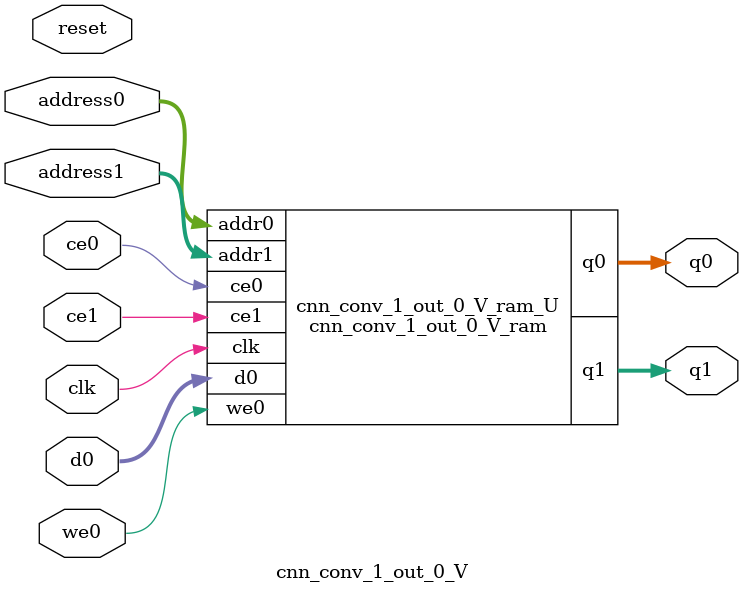
<source format=v>
`timescale 1 ns / 1 ps
module cnn_conv_1_out_0_V_ram (addr0, ce0, d0, we0, q0, addr1, ce1, q1,  clk);

parameter DWIDTH = 14;
parameter AWIDTH = 11;
parameter MEM_SIZE = 1092;

input[AWIDTH-1:0] addr0;
input ce0;
input[DWIDTH-1:0] d0;
input we0;
output reg[DWIDTH-1:0] q0;
input[AWIDTH-1:0] addr1;
input ce1;
output reg[DWIDTH-1:0] q1;
input clk;

(* ram_style = "block" *)reg [DWIDTH-1:0] ram[0:MEM_SIZE-1];




always @(posedge clk)  
begin 
    if (ce0) 
    begin
        if (we0) 
        begin 
            ram[addr0] <= d0; 
        end 
        q0 <= ram[addr0];
    end
end


always @(posedge clk)  
begin 
    if (ce1) 
    begin
        q1 <= ram[addr1];
    end
end


endmodule

`timescale 1 ns / 1 ps
module cnn_conv_1_out_0_V(
    reset,
    clk,
    address0,
    ce0,
    we0,
    d0,
    q0,
    address1,
    ce1,
    q1);

parameter DataWidth = 32'd14;
parameter AddressRange = 32'd1092;
parameter AddressWidth = 32'd11;
input reset;
input clk;
input[AddressWidth - 1:0] address0;
input ce0;
input we0;
input[DataWidth - 1:0] d0;
output[DataWidth - 1:0] q0;
input[AddressWidth - 1:0] address1;
input ce1;
output[DataWidth - 1:0] q1;



cnn_conv_1_out_0_V_ram cnn_conv_1_out_0_V_ram_U(
    .clk( clk ),
    .addr0( address0 ),
    .ce0( ce0 ),
    .we0( we0 ),
    .d0( d0 ),
    .q0( q0 ),
    .addr1( address1 ),
    .ce1( ce1 ),
    .q1( q1 ));

endmodule


</source>
